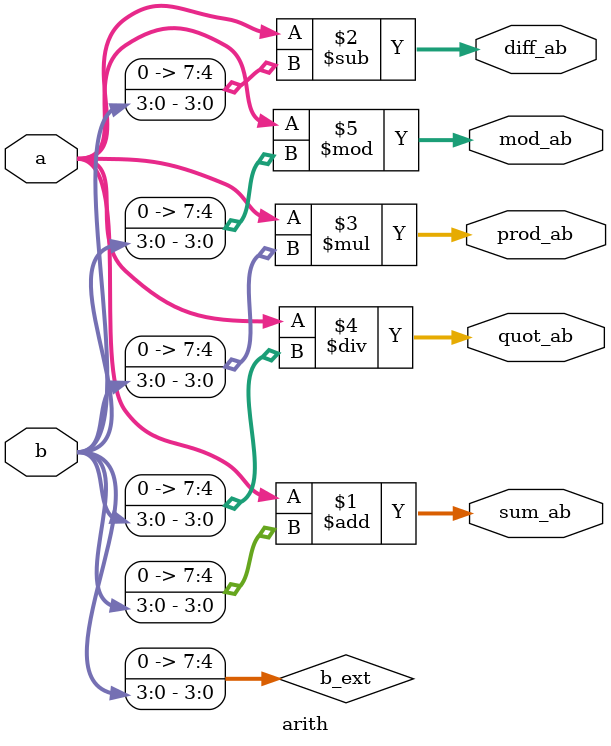
<source format=sv>


module arith #(
    parameter integer W_A = 8,
    parameter integer W_B = 4
) (
    input  wire signed [W_A-1:0] a,
    input  wire        [W_B-1:0] b,
    output wire signed [W_A-1:0] sum_ab,
    output wire signed [W_A-1:0] diff_ab,
    output wire signed [W_A-1:0] prod_ab,
    output wire signed [W_A-1:0] quot_ab,
    output wire        [W_A-1:0] mod_ab
);
    // Extend b to signed W_A bits:
    wire signed [W_A-1:0] b_ext = $signed({{(W_A-W_B){1'b0}}, b});

    assign sum_ab  = a + b_ext;
    assign diff_ab = a - b_ext;
    assign prod_ab = a * b_ext;
    assign quot_ab = a / b_ext;
    assign mod_ab  = a % b_ext;
endmodule

</source>
